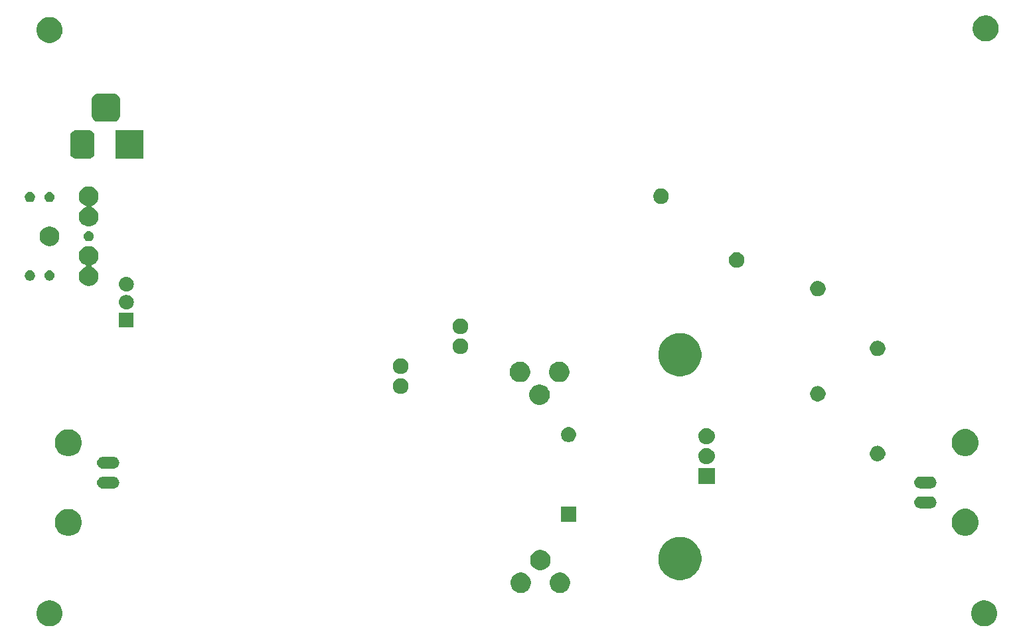
<source format=gbs>
G04 #@! TF.GenerationSoftware,KiCad,Pcbnew,(5.1.5)-3*
G04 #@! TF.CreationDate,2021-07-16T13:31:02-05:00*
G04 #@! TF.ProjectId,IRF510-Amplifier,49524635-3130-42d4-916d-706c69666965,rev?*
G04 #@! TF.SameCoordinates,Original*
G04 #@! TF.FileFunction,Soldermask,Bot*
G04 #@! TF.FilePolarity,Negative*
%FSLAX46Y46*%
G04 Gerber Fmt 4.6, Leading zero omitted, Abs format (unit mm)*
G04 Created by KiCad (PCBNEW (5.1.5)-3) date 2021-07-16 13:31:02*
%MOMM*%
%LPD*%
G04 APERTURE LIST*
%ADD10C,0.660400*%
%ADD11C,0.100000*%
G04 APERTURE END LIST*
D10*
X84530200Y-52200000D02*
G75*
G03X84530200Y-52200000I-330200J0D01*
G01*
X84530200Y-44600000D02*
G75*
G03X84530200Y-44600000I-330200J0D01*
G01*
X79530200Y-49700000D02*
G75*
G03X79530200Y-49700000I-330200J0D01*
G01*
X84530200Y-54800000D02*
G75*
G03X84530200Y-54800000I-330200J0D01*
G01*
X84530200Y-47200000D02*
G75*
G03X84530200Y-47200000I-330200J0D01*
G01*
D11*
G36*
X198775256Y-96191298D02*
G01*
X198881579Y-96212447D01*
X199182042Y-96336903D01*
X199452451Y-96517585D01*
X199682415Y-96747549D01*
X199863097Y-97017958D01*
X199987553Y-97318421D01*
X200051000Y-97637391D01*
X200051000Y-97962609D01*
X199987553Y-98281579D01*
X199863097Y-98582042D01*
X199682415Y-98852451D01*
X199452451Y-99082415D01*
X199182042Y-99263097D01*
X198881579Y-99387553D01*
X198775256Y-99408702D01*
X198562611Y-99451000D01*
X198237389Y-99451000D01*
X198024744Y-99408702D01*
X197918421Y-99387553D01*
X197617958Y-99263097D01*
X197347549Y-99082415D01*
X197117585Y-98852451D01*
X196936903Y-98582042D01*
X196812447Y-98281579D01*
X196749000Y-97962609D01*
X196749000Y-97637391D01*
X196812447Y-97318421D01*
X196936903Y-97017958D01*
X197117585Y-96747549D01*
X197347549Y-96517585D01*
X197617958Y-96336903D01*
X197918421Y-96212447D01*
X198024744Y-96191298D01*
X198237389Y-96149000D01*
X198562611Y-96149000D01*
X198775256Y-96191298D01*
G37*
G36*
X79575256Y-96191298D02*
G01*
X79681579Y-96212447D01*
X79982042Y-96336903D01*
X80252451Y-96517585D01*
X80482415Y-96747549D01*
X80663097Y-97017958D01*
X80787553Y-97318421D01*
X80851000Y-97637391D01*
X80851000Y-97962609D01*
X80787553Y-98281579D01*
X80663097Y-98582042D01*
X80482415Y-98852451D01*
X80252451Y-99082415D01*
X79982042Y-99263097D01*
X79681579Y-99387553D01*
X79575256Y-99408702D01*
X79362611Y-99451000D01*
X79037389Y-99451000D01*
X78824744Y-99408702D01*
X78718421Y-99387553D01*
X78417958Y-99263097D01*
X78147549Y-99082415D01*
X77917585Y-98852451D01*
X77736903Y-98582042D01*
X77612447Y-98281579D01*
X77549000Y-97962609D01*
X77549000Y-97637391D01*
X77612447Y-97318421D01*
X77736903Y-97017958D01*
X77917585Y-96747549D01*
X78147549Y-96517585D01*
X78417958Y-96336903D01*
X78718421Y-96212447D01*
X78824744Y-96191298D01*
X79037389Y-96149000D01*
X79362611Y-96149000D01*
X79575256Y-96191298D01*
G37*
G36*
X139679487Y-92648996D02*
G01*
X139916253Y-92747068D01*
X139916255Y-92747069D01*
X140129339Y-92889447D01*
X140310553Y-93070661D01*
X140422302Y-93237905D01*
X140452932Y-93283747D01*
X140551004Y-93520513D01*
X140601000Y-93771861D01*
X140601000Y-94028139D01*
X140551004Y-94279487D01*
X140452932Y-94516253D01*
X140452931Y-94516255D01*
X140310553Y-94729339D01*
X140129339Y-94910553D01*
X139916255Y-95052931D01*
X139916254Y-95052932D01*
X139916253Y-95052932D01*
X139679487Y-95151004D01*
X139428139Y-95201000D01*
X139171861Y-95201000D01*
X138920513Y-95151004D01*
X138683747Y-95052932D01*
X138683746Y-95052932D01*
X138683745Y-95052931D01*
X138470661Y-94910553D01*
X138289447Y-94729339D01*
X138147069Y-94516255D01*
X138147068Y-94516253D01*
X138048996Y-94279487D01*
X137999000Y-94028139D01*
X137999000Y-93771861D01*
X138048996Y-93520513D01*
X138147068Y-93283747D01*
X138177699Y-93237905D01*
X138289447Y-93070661D01*
X138470661Y-92889447D01*
X138683745Y-92747069D01*
X138683747Y-92747068D01*
X138920513Y-92648996D01*
X139171861Y-92599000D01*
X139428139Y-92599000D01*
X139679487Y-92648996D01*
G37*
G36*
X144679487Y-92648996D02*
G01*
X144916253Y-92747068D01*
X144916255Y-92747069D01*
X145129339Y-92889447D01*
X145310553Y-93070661D01*
X145422302Y-93237905D01*
X145452932Y-93283747D01*
X145551004Y-93520513D01*
X145601000Y-93771861D01*
X145601000Y-94028139D01*
X145551004Y-94279487D01*
X145452932Y-94516253D01*
X145452931Y-94516255D01*
X145310553Y-94729339D01*
X145129339Y-94910553D01*
X144916255Y-95052931D01*
X144916254Y-95052932D01*
X144916253Y-95052932D01*
X144679487Y-95151004D01*
X144428139Y-95201000D01*
X144171861Y-95201000D01*
X143920513Y-95151004D01*
X143683747Y-95052932D01*
X143683746Y-95052932D01*
X143683745Y-95052931D01*
X143470661Y-94910553D01*
X143289447Y-94729339D01*
X143147069Y-94516255D01*
X143147068Y-94516253D01*
X143048996Y-94279487D01*
X142999000Y-94028139D01*
X142999000Y-93771861D01*
X143048996Y-93520513D01*
X143147068Y-93283747D01*
X143177699Y-93237905D01*
X143289447Y-93070661D01*
X143470661Y-92889447D01*
X143683745Y-92747069D01*
X143683747Y-92747068D01*
X143920513Y-92648996D01*
X144171861Y-92599000D01*
X144428139Y-92599000D01*
X144679487Y-92648996D01*
G37*
G36*
X160136693Y-88101859D02*
G01*
X160402437Y-88154719D01*
X160903087Y-88362095D01*
X161083561Y-88482684D01*
X161353660Y-88663158D01*
X161736842Y-89046340D01*
X161917316Y-89316439D01*
X162037905Y-89496913D01*
X162182944Y-89847068D01*
X162245281Y-89997564D01*
X162351000Y-90529049D01*
X162351000Y-91070951D01*
X162298140Y-91336694D01*
X162245281Y-91602437D01*
X162037905Y-92103087D01*
X161939070Y-92251003D01*
X161736842Y-92553660D01*
X161353660Y-92936842D01*
X161153385Y-93070661D01*
X160903087Y-93237905D01*
X160402437Y-93445281D01*
X160136693Y-93498141D01*
X159870951Y-93551000D01*
X159329049Y-93551000D01*
X159063307Y-93498141D01*
X158797563Y-93445281D01*
X158296913Y-93237905D01*
X158046615Y-93070661D01*
X157846340Y-92936842D01*
X157463158Y-92553660D01*
X157260930Y-92251003D01*
X157162095Y-92103087D01*
X156954719Y-91602437D01*
X156901860Y-91336694D01*
X156849000Y-91070951D01*
X156849000Y-90529049D01*
X156954719Y-89997564D01*
X157017056Y-89847068D01*
X157162095Y-89496913D01*
X157282684Y-89316439D01*
X157463158Y-89046340D01*
X157846340Y-88663158D01*
X158116439Y-88482684D01*
X158296913Y-88362095D01*
X158797563Y-88154719D01*
X159063307Y-88101859D01*
X159329049Y-88049000D01*
X159870951Y-88049000D01*
X160136693Y-88101859D01*
G37*
G36*
X142179487Y-89748996D02*
G01*
X142416253Y-89847068D01*
X142416255Y-89847069D01*
X142629339Y-89989447D01*
X142810553Y-90170661D01*
X142952932Y-90383747D01*
X143051004Y-90620513D01*
X143101000Y-90871861D01*
X143101000Y-91128139D01*
X143051004Y-91379487D01*
X142958655Y-91602436D01*
X142952931Y-91616255D01*
X142810553Y-91829339D01*
X142629339Y-92010553D01*
X142416255Y-92152931D01*
X142416254Y-92152932D01*
X142416253Y-92152932D01*
X142179487Y-92251004D01*
X141928139Y-92301000D01*
X141671861Y-92301000D01*
X141420513Y-92251004D01*
X141183747Y-92152932D01*
X141183746Y-92152932D01*
X141183745Y-92152931D01*
X140970661Y-92010553D01*
X140789447Y-91829339D01*
X140647069Y-91616255D01*
X140641345Y-91602436D01*
X140548996Y-91379487D01*
X140499000Y-91128139D01*
X140499000Y-90871861D01*
X140548996Y-90620513D01*
X140647068Y-90383747D01*
X140789447Y-90170661D01*
X140970661Y-89989447D01*
X141183745Y-89847069D01*
X141183747Y-89847068D01*
X141420513Y-89748996D01*
X141671861Y-89699000D01*
X141928139Y-89699000D01*
X142179487Y-89748996D01*
G37*
G36*
X82098671Y-84556098D02*
G01*
X82409798Y-84684971D01*
X82689805Y-84872066D01*
X82927934Y-85110195D01*
X83115029Y-85390202D01*
X83243902Y-85701329D01*
X83309600Y-86031618D01*
X83309600Y-86368382D01*
X83243902Y-86698671D01*
X83115029Y-87009798D01*
X82927934Y-87289805D01*
X82689805Y-87527934D01*
X82409798Y-87715029D01*
X82098671Y-87843902D01*
X81768382Y-87909600D01*
X81431618Y-87909600D01*
X81101329Y-87843902D01*
X80790202Y-87715029D01*
X80510195Y-87527934D01*
X80272066Y-87289805D01*
X80084971Y-87009798D01*
X79956098Y-86698671D01*
X79890400Y-86368382D01*
X79890400Y-86031618D01*
X79956098Y-85701329D01*
X80084971Y-85390202D01*
X80272066Y-85110195D01*
X80510195Y-84872066D01*
X80790202Y-84684971D01*
X81101329Y-84556098D01*
X81431618Y-84490400D01*
X81768382Y-84490400D01*
X82098671Y-84556098D01*
G37*
G36*
X196478671Y-84536098D02*
G01*
X196789798Y-84664971D01*
X197069805Y-84852066D01*
X197307934Y-85090195D01*
X197495029Y-85370202D01*
X197623902Y-85681329D01*
X197689600Y-86011618D01*
X197689600Y-86348382D01*
X197623902Y-86678671D01*
X197495029Y-86989798D01*
X197307934Y-87269805D01*
X197069805Y-87507934D01*
X196789798Y-87695029D01*
X196478671Y-87823902D01*
X196148382Y-87889600D01*
X195811618Y-87889600D01*
X195481329Y-87823902D01*
X195170202Y-87695029D01*
X194890195Y-87507934D01*
X194652066Y-87269805D01*
X194464971Y-86989798D01*
X194336098Y-86678671D01*
X194270400Y-86348382D01*
X194270400Y-86011618D01*
X194336098Y-85681329D01*
X194464971Y-85370202D01*
X194652066Y-85090195D01*
X194890195Y-84852066D01*
X195170202Y-84664971D01*
X195481329Y-84536098D01*
X195811618Y-84470400D01*
X196148382Y-84470400D01*
X196478671Y-84536098D01*
G37*
G36*
X146351000Y-86111000D02*
G01*
X144449000Y-86111000D01*
X144449000Y-84209000D01*
X146351000Y-84209000D01*
X146351000Y-86111000D01*
G37*
G36*
X191702123Y-82895333D02*
G01*
X191844555Y-82938539D01*
X191975820Y-83008702D01*
X192090875Y-83103125D01*
X192185298Y-83218180D01*
X192255461Y-83349445D01*
X192298667Y-83491877D01*
X192313256Y-83640000D01*
X192298667Y-83788123D01*
X192255461Y-83930555D01*
X192185298Y-84061820D01*
X192090875Y-84176875D01*
X191975820Y-84271298D01*
X191844555Y-84341461D01*
X191702123Y-84384667D01*
X191591120Y-84395600D01*
X190208880Y-84395600D01*
X190097877Y-84384667D01*
X189955445Y-84341461D01*
X189824180Y-84271298D01*
X189709125Y-84176875D01*
X189614702Y-84061820D01*
X189544539Y-83930555D01*
X189501333Y-83788123D01*
X189486744Y-83640000D01*
X189501333Y-83491877D01*
X189544539Y-83349445D01*
X189614702Y-83218180D01*
X189709125Y-83103125D01*
X189824180Y-83008702D01*
X189955445Y-82938539D01*
X190097877Y-82895333D01*
X190208880Y-82884400D01*
X191591120Y-82884400D01*
X191702123Y-82895333D01*
G37*
G36*
X87482123Y-80375333D02*
G01*
X87624555Y-80418539D01*
X87755820Y-80488702D01*
X87870875Y-80583125D01*
X87965298Y-80698180D01*
X88035461Y-80829445D01*
X88078667Y-80971877D01*
X88093256Y-81120000D01*
X88078667Y-81268123D01*
X88035461Y-81410555D01*
X87965298Y-81541820D01*
X87870875Y-81656875D01*
X87755820Y-81751298D01*
X87624555Y-81821461D01*
X87482123Y-81864667D01*
X87371120Y-81875600D01*
X85988880Y-81875600D01*
X85877877Y-81864667D01*
X85735445Y-81821461D01*
X85604180Y-81751298D01*
X85489125Y-81656875D01*
X85394702Y-81541820D01*
X85324539Y-81410555D01*
X85281333Y-81268123D01*
X85266744Y-81120000D01*
X85281333Y-80971877D01*
X85324539Y-80829445D01*
X85394702Y-80698180D01*
X85489125Y-80583125D01*
X85604180Y-80488702D01*
X85735445Y-80418539D01*
X85877877Y-80375333D01*
X85988880Y-80364400D01*
X87371120Y-80364400D01*
X87482123Y-80375333D01*
G37*
G36*
X191702123Y-80355333D02*
G01*
X191844555Y-80398539D01*
X191975820Y-80468702D01*
X192090875Y-80563125D01*
X192185298Y-80678180D01*
X192255461Y-80809445D01*
X192298667Y-80951877D01*
X192313256Y-81100000D01*
X192298667Y-81248123D01*
X192255461Y-81390555D01*
X192185298Y-81521820D01*
X192090875Y-81636875D01*
X191975820Y-81731298D01*
X191844555Y-81801461D01*
X191702123Y-81844667D01*
X191591120Y-81855600D01*
X190208880Y-81855600D01*
X190097877Y-81844667D01*
X189955445Y-81801461D01*
X189824180Y-81731298D01*
X189709125Y-81636875D01*
X189614702Y-81521820D01*
X189544539Y-81390555D01*
X189501333Y-81248123D01*
X189486744Y-81100000D01*
X189501333Y-80951877D01*
X189544539Y-80809445D01*
X189614702Y-80678180D01*
X189709125Y-80563125D01*
X189824180Y-80468702D01*
X189955445Y-80398539D01*
X190097877Y-80355333D01*
X190208880Y-80344400D01*
X191591120Y-80344400D01*
X191702123Y-80355333D01*
G37*
G36*
X164051000Y-81283500D02*
G01*
X161949000Y-81283500D01*
X161949000Y-79276500D01*
X164051000Y-79276500D01*
X164051000Y-81283500D01*
G37*
G36*
X87482123Y-77835333D02*
G01*
X87624555Y-77878539D01*
X87755820Y-77948702D01*
X87870875Y-78043125D01*
X87965298Y-78158180D01*
X88035461Y-78289445D01*
X88078667Y-78431877D01*
X88093256Y-78580000D01*
X88078667Y-78728123D01*
X88035461Y-78870555D01*
X87965298Y-79001820D01*
X87870875Y-79116875D01*
X87755820Y-79211298D01*
X87624555Y-79281461D01*
X87482123Y-79324667D01*
X87371120Y-79335600D01*
X85988880Y-79335600D01*
X85877877Y-79324667D01*
X85735445Y-79281461D01*
X85604180Y-79211298D01*
X85489125Y-79116875D01*
X85394702Y-79001820D01*
X85324539Y-78870555D01*
X85281333Y-78728123D01*
X85266744Y-78580000D01*
X85281333Y-78431877D01*
X85324539Y-78289445D01*
X85394702Y-78158180D01*
X85489125Y-78043125D01*
X85604180Y-77948702D01*
X85735445Y-77878539D01*
X85877877Y-77835333D01*
X85988880Y-77824400D01*
X87371120Y-77824400D01*
X87482123Y-77835333D01*
G37*
G36*
X163145936Y-76741340D02*
G01*
X163244220Y-76751020D01*
X163433381Y-76808401D01*
X163607712Y-76901583D01*
X163760515Y-77026985D01*
X163885917Y-77179788D01*
X163979099Y-77354119D01*
X164036480Y-77543280D01*
X164055855Y-77740000D01*
X164036480Y-77936720D01*
X163979099Y-78125881D01*
X163885917Y-78300212D01*
X163760515Y-78453015D01*
X163607712Y-78578417D01*
X163433381Y-78671599D01*
X163244220Y-78728980D01*
X163145936Y-78738660D01*
X163096795Y-78743500D01*
X162903205Y-78743500D01*
X162854064Y-78738660D01*
X162755780Y-78728980D01*
X162566619Y-78671599D01*
X162392288Y-78578417D01*
X162239485Y-78453015D01*
X162114083Y-78300212D01*
X162020901Y-78125881D01*
X161963520Y-77936720D01*
X161944145Y-77740000D01*
X161963520Y-77543280D01*
X162020901Y-77354119D01*
X162114083Y-77179788D01*
X162239485Y-77026985D01*
X162392288Y-76901583D01*
X162566619Y-76808401D01*
X162755780Y-76751020D01*
X162854064Y-76741340D01*
X162903205Y-76736500D01*
X163096795Y-76736500D01*
X163145936Y-76741340D01*
G37*
G36*
X185003256Y-76438434D02*
G01*
X185098947Y-76457468D01*
X185279225Y-76532142D01*
X185441471Y-76640551D01*
X185579449Y-76778529D01*
X185687858Y-76940775D01*
X185723568Y-77026985D01*
X185762532Y-77121054D01*
X185800600Y-77312433D01*
X185800600Y-77507567D01*
X185795137Y-77535029D01*
X185762532Y-77698947D01*
X185687858Y-77879225D01*
X185579449Y-78041471D01*
X185441471Y-78179449D01*
X185279225Y-78287858D01*
X185279224Y-78287859D01*
X185279223Y-78287859D01*
X185249400Y-78300212D01*
X185098947Y-78362532D01*
X184907567Y-78400600D01*
X184712433Y-78400600D01*
X184521053Y-78362532D01*
X184370600Y-78300212D01*
X184340777Y-78287859D01*
X184340776Y-78287859D01*
X184340775Y-78287858D01*
X184178529Y-78179449D01*
X184040551Y-78041471D01*
X183932142Y-77879225D01*
X183857468Y-77698947D01*
X183824863Y-77535029D01*
X183819400Y-77507567D01*
X183819400Y-77312433D01*
X183857468Y-77121054D01*
X183896433Y-77026985D01*
X183932142Y-76940775D01*
X184040551Y-76778529D01*
X184178529Y-76640551D01*
X184340775Y-76532142D01*
X184521053Y-76457468D01*
X184616744Y-76438434D01*
X184712433Y-76419400D01*
X184907567Y-76419400D01*
X185003256Y-76438434D01*
G37*
G36*
X82098671Y-74396098D02*
G01*
X82409798Y-74524971D01*
X82689805Y-74712066D01*
X82927934Y-74950195D01*
X83115029Y-75230202D01*
X83243902Y-75541329D01*
X83309600Y-75871618D01*
X83309600Y-76208382D01*
X83243902Y-76538671D01*
X83115029Y-76849798D01*
X82927934Y-77129805D01*
X82689805Y-77367934D01*
X82409798Y-77555029D01*
X82098671Y-77683902D01*
X81768382Y-77749600D01*
X81431618Y-77749600D01*
X81101329Y-77683902D01*
X80790202Y-77555029D01*
X80510195Y-77367934D01*
X80272066Y-77129805D01*
X80084971Y-76849798D01*
X79956098Y-76538671D01*
X79890400Y-76208382D01*
X79890400Y-75871618D01*
X79956098Y-75541329D01*
X80084971Y-75230202D01*
X80272066Y-74950195D01*
X80510195Y-74712066D01*
X80790202Y-74524971D01*
X81101329Y-74396098D01*
X81431618Y-74330400D01*
X81768382Y-74330400D01*
X82098671Y-74396098D01*
G37*
G36*
X196478671Y-74376098D02*
G01*
X196789798Y-74504971D01*
X197069805Y-74692066D01*
X197307934Y-74930195D01*
X197495029Y-75210202D01*
X197623902Y-75521329D01*
X197689600Y-75851618D01*
X197689600Y-76188382D01*
X197623902Y-76518671D01*
X197495029Y-76829798D01*
X197307934Y-77109805D01*
X197069805Y-77347934D01*
X196789798Y-77535029D01*
X196478671Y-77663902D01*
X196148382Y-77729600D01*
X195811618Y-77729600D01*
X195481329Y-77663902D01*
X195170202Y-77535029D01*
X194890195Y-77347934D01*
X194652066Y-77109805D01*
X194464971Y-76829798D01*
X194336098Y-76518671D01*
X194270400Y-76188382D01*
X194270400Y-75851618D01*
X194336098Y-75521329D01*
X194464971Y-75210202D01*
X194652066Y-74930195D01*
X194890195Y-74692066D01*
X195170202Y-74504971D01*
X195481329Y-74376098D01*
X195811618Y-74310400D01*
X196148382Y-74310400D01*
X196478671Y-74376098D01*
G37*
G36*
X163145936Y-74201340D02*
G01*
X163244220Y-74211020D01*
X163433381Y-74268401D01*
X163607712Y-74361583D01*
X163760515Y-74486985D01*
X163885917Y-74639788D01*
X163979099Y-74814119D01*
X164036480Y-75003280D01*
X164055855Y-75200000D01*
X164036480Y-75396720D01*
X163979099Y-75585881D01*
X163885917Y-75760212D01*
X163760515Y-75913015D01*
X163607712Y-76038417D01*
X163433381Y-76131599D01*
X163244220Y-76188980D01*
X163145936Y-76198660D01*
X163096795Y-76203500D01*
X162903205Y-76203500D01*
X162854064Y-76198660D01*
X162755780Y-76188980D01*
X162566619Y-76131599D01*
X162392288Y-76038417D01*
X162239485Y-75913015D01*
X162114083Y-75760212D01*
X162020901Y-75585881D01*
X161963520Y-75396720D01*
X161944145Y-75200000D01*
X161963520Y-75003280D01*
X162020901Y-74814119D01*
X162114083Y-74639788D01*
X162239485Y-74486985D01*
X162392288Y-74361583D01*
X162566619Y-74268401D01*
X162755780Y-74211020D01*
X162854064Y-74201340D01*
X162903205Y-74196500D01*
X163096795Y-74196500D01*
X163145936Y-74201340D01*
G37*
G36*
X145677395Y-74085546D02*
G01*
X145850466Y-74157234D01*
X145850467Y-74157235D01*
X146006227Y-74261310D01*
X146138690Y-74393773D01*
X146140244Y-74396099D01*
X146242766Y-74549534D01*
X146314454Y-74722605D01*
X146351000Y-74906333D01*
X146351000Y-75093667D01*
X146314454Y-75277395D01*
X146242766Y-75450466D01*
X146242765Y-75450467D01*
X146138690Y-75606227D01*
X146006227Y-75738690D01*
X145974018Y-75760211D01*
X145850466Y-75842766D01*
X145677395Y-75914454D01*
X145493667Y-75951000D01*
X145306333Y-75951000D01*
X145122605Y-75914454D01*
X144949534Y-75842766D01*
X144825982Y-75760211D01*
X144793773Y-75738690D01*
X144661310Y-75606227D01*
X144557235Y-75450467D01*
X144557234Y-75450466D01*
X144485546Y-75277395D01*
X144449000Y-75093667D01*
X144449000Y-74906333D01*
X144485546Y-74722605D01*
X144557234Y-74549534D01*
X144659756Y-74396099D01*
X144661310Y-74393773D01*
X144793773Y-74261310D01*
X144949533Y-74157235D01*
X144949534Y-74157234D01*
X145122605Y-74085546D01*
X145306333Y-74049000D01*
X145493667Y-74049000D01*
X145677395Y-74085546D01*
G37*
G36*
X142085487Y-68651996D02*
G01*
X142322253Y-68750068D01*
X142322255Y-68750069D01*
X142535339Y-68892447D01*
X142716553Y-69073661D01*
X142773261Y-69158530D01*
X142858932Y-69286747D01*
X142957004Y-69523513D01*
X143007000Y-69774861D01*
X143007000Y-70031139D01*
X142957004Y-70282487D01*
X142858932Y-70519253D01*
X142858931Y-70519255D01*
X142716553Y-70732339D01*
X142535339Y-70913553D01*
X142322255Y-71055931D01*
X142322254Y-71055932D01*
X142322253Y-71055932D01*
X142085487Y-71154004D01*
X141834139Y-71204000D01*
X141577861Y-71204000D01*
X141326513Y-71154004D01*
X141089747Y-71055932D01*
X141089746Y-71055932D01*
X141089745Y-71055931D01*
X140876661Y-70913553D01*
X140695447Y-70732339D01*
X140553069Y-70519255D01*
X140553068Y-70519253D01*
X140454996Y-70282487D01*
X140405000Y-70031139D01*
X140405000Y-69774861D01*
X140454996Y-69523513D01*
X140553068Y-69286747D01*
X140638740Y-69158530D01*
X140695447Y-69073661D01*
X140876661Y-68892447D01*
X141089745Y-68750069D01*
X141089747Y-68750068D01*
X141326513Y-68651996D01*
X141577861Y-68602000D01*
X141834139Y-68602000D01*
X142085487Y-68651996D01*
G37*
G36*
X177383256Y-68818434D02*
G01*
X177478947Y-68837468D01*
X177659225Y-68912142D01*
X177821471Y-69020551D01*
X177959449Y-69158529D01*
X178067858Y-69320775D01*
X178142532Y-69501053D01*
X178180600Y-69692434D01*
X178180600Y-69887566D01*
X178142532Y-70078947D01*
X178067858Y-70259225D01*
X177959449Y-70421471D01*
X177821471Y-70559449D01*
X177659225Y-70667858D01*
X177478947Y-70742532D01*
X177287567Y-70780600D01*
X177092433Y-70780600D01*
X176901053Y-70742532D01*
X176720775Y-70667858D01*
X176558529Y-70559449D01*
X176420551Y-70421471D01*
X176312142Y-70259225D01*
X176237468Y-70078947D01*
X176199400Y-69887566D01*
X176199400Y-69692434D01*
X176237468Y-69501053D01*
X176312142Y-69320775D01*
X176420551Y-69158529D01*
X176558529Y-69020551D01*
X176720775Y-68912142D01*
X176901053Y-68837468D01*
X176996744Y-68818434D01*
X177092433Y-68799400D01*
X177287567Y-68799400D01*
X177383256Y-68818434D01*
G37*
G36*
X124152615Y-67832339D02*
G01*
X124278947Y-67857468D01*
X124459225Y-67932142D01*
X124621471Y-68040551D01*
X124759449Y-68178529D01*
X124867858Y-68340775D01*
X124942532Y-68521053D01*
X124980600Y-68712434D01*
X124980600Y-68907566D01*
X124942532Y-69098947D01*
X124867858Y-69279225D01*
X124759449Y-69441471D01*
X124621471Y-69579449D01*
X124459225Y-69687858D01*
X124278947Y-69762532D01*
X124087567Y-69800600D01*
X123892433Y-69800600D01*
X123701053Y-69762532D01*
X123520775Y-69687858D01*
X123358529Y-69579449D01*
X123220551Y-69441471D01*
X123112142Y-69279225D01*
X123037468Y-69098947D01*
X122999400Y-68907566D01*
X122999400Y-68712434D01*
X123037468Y-68521053D01*
X123112142Y-68340775D01*
X123220551Y-68178529D01*
X123358529Y-68040551D01*
X123520775Y-67932142D01*
X123701053Y-67857468D01*
X123827385Y-67832339D01*
X123892433Y-67819400D01*
X124087567Y-67819400D01*
X124152615Y-67832339D01*
G37*
G36*
X144585487Y-65751996D02*
G01*
X144822253Y-65850068D01*
X144822255Y-65850069D01*
X145035339Y-65992447D01*
X145216553Y-66173661D01*
X145346117Y-66367567D01*
X145358932Y-66386747D01*
X145457004Y-66623513D01*
X145507000Y-66874861D01*
X145507000Y-67131139D01*
X145457004Y-67382487D01*
X145387203Y-67551000D01*
X145358931Y-67619255D01*
X145216553Y-67832339D01*
X145035339Y-68013553D01*
X144822255Y-68155931D01*
X144822254Y-68155932D01*
X144822253Y-68155932D01*
X144585487Y-68254004D01*
X144334139Y-68304000D01*
X144077861Y-68304000D01*
X143826513Y-68254004D01*
X143589747Y-68155932D01*
X143589746Y-68155932D01*
X143589745Y-68155931D01*
X143376661Y-68013553D01*
X143195447Y-67832339D01*
X143053069Y-67619255D01*
X143024797Y-67551000D01*
X142954996Y-67382487D01*
X142905000Y-67131139D01*
X142905000Y-66874861D01*
X142954996Y-66623513D01*
X143053068Y-66386747D01*
X143065884Y-66367567D01*
X143195447Y-66173661D01*
X143376661Y-65992447D01*
X143589745Y-65850069D01*
X143589747Y-65850068D01*
X143826513Y-65751996D01*
X144077861Y-65702000D01*
X144334139Y-65702000D01*
X144585487Y-65751996D01*
G37*
G36*
X139585487Y-65751996D02*
G01*
X139822253Y-65850068D01*
X139822255Y-65850069D01*
X140035339Y-65992447D01*
X140216553Y-66173661D01*
X140346117Y-66367567D01*
X140358932Y-66386747D01*
X140457004Y-66623513D01*
X140507000Y-66874861D01*
X140507000Y-67131139D01*
X140457004Y-67382487D01*
X140387203Y-67551000D01*
X140358931Y-67619255D01*
X140216553Y-67832339D01*
X140035339Y-68013553D01*
X139822255Y-68155931D01*
X139822254Y-68155932D01*
X139822253Y-68155932D01*
X139585487Y-68254004D01*
X139334139Y-68304000D01*
X139077861Y-68304000D01*
X138826513Y-68254004D01*
X138589747Y-68155932D01*
X138589746Y-68155932D01*
X138589745Y-68155931D01*
X138376661Y-68013553D01*
X138195447Y-67832339D01*
X138053069Y-67619255D01*
X138024797Y-67551000D01*
X137954996Y-67382487D01*
X137905000Y-67131139D01*
X137905000Y-66874861D01*
X137954996Y-66623513D01*
X138053068Y-66386747D01*
X138065884Y-66367567D01*
X138195447Y-66173661D01*
X138376661Y-65992447D01*
X138589745Y-65850069D01*
X138589747Y-65850068D01*
X138826513Y-65751996D01*
X139077861Y-65702000D01*
X139334139Y-65702000D01*
X139585487Y-65751996D01*
G37*
G36*
X160136693Y-62101859D02*
G01*
X160402437Y-62154719D01*
X160903087Y-62362095D01*
X161083561Y-62482684D01*
X161353660Y-62663158D01*
X161736842Y-63046340D01*
X161866609Y-63240551D01*
X162037905Y-63496913D01*
X162245281Y-63997563D01*
X162351000Y-64529050D01*
X162351000Y-65070950D01*
X162245281Y-65602437D01*
X162037905Y-66103087D01*
X161917316Y-66283561D01*
X161736842Y-66553660D01*
X161353660Y-66936842D01*
X161200097Y-67039449D01*
X160903087Y-67237905D01*
X160402437Y-67445281D01*
X160136694Y-67498140D01*
X159870951Y-67551000D01*
X159329049Y-67551000D01*
X159063306Y-67498140D01*
X158797563Y-67445281D01*
X158296913Y-67237905D01*
X157999903Y-67039449D01*
X157846340Y-66936842D01*
X157463158Y-66553660D01*
X157282684Y-66283561D01*
X157162095Y-66103087D01*
X156954719Y-65602437D01*
X156849000Y-65070950D01*
X156849000Y-64529050D01*
X156954719Y-63997563D01*
X157162095Y-63496913D01*
X157333391Y-63240551D01*
X157463158Y-63046340D01*
X157846340Y-62663158D01*
X158116439Y-62482684D01*
X158296913Y-62362095D01*
X158797563Y-62154719D01*
X159063307Y-62101859D01*
X159329049Y-62049000D01*
X159870951Y-62049000D01*
X160136693Y-62101859D01*
G37*
G36*
X124183256Y-65298434D02*
G01*
X124278947Y-65317468D01*
X124459225Y-65392142D01*
X124621471Y-65500551D01*
X124759449Y-65638529D01*
X124867858Y-65800775D01*
X124942532Y-65981053D01*
X124980600Y-66172434D01*
X124980600Y-66367566D01*
X124942532Y-66558947D01*
X124867858Y-66739225D01*
X124759449Y-66901471D01*
X124621471Y-67039449D01*
X124459225Y-67147858D01*
X124278947Y-67222532D01*
X124087567Y-67260600D01*
X123892433Y-67260600D01*
X123701053Y-67222532D01*
X123520775Y-67147858D01*
X123358529Y-67039449D01*
X123220551Y-66901471D01*
X123112142Y-66739225D01*
X123037468Y-66558947D01*
X122999400Y-66367566D01*
X122999400Y-66172434D01*
X123037468Y-65981053D01*
X123112142Y-65800775D01*
X123220551Y-65638529D01*
X123358529Y-65500551D01*
X123520775Y-65392142D01*
X123701053Y-65317468D01*
X123796744Y-65298434D01*
X123892433Y-65279400D01*
X124087567Y-65279400D01*
X124183256Y-65298434D01*
G37*
G36*
X185098947Y-63057468D02*
G01*
X185279225Y-63132142D01*
X185441471Y-63240551D01*
X185579449Y-63378529D01*
X185687858Y-63540775D01*
X185762532Y-63721053D01*
X185800600Y-63912434D01*
X185800600Y-64107566D01*
X185762532Y-64298947D01*
X185687858Y-64479225D01*
X185579449Y-64641471D01*
X185441471Y-64779449D01*
X185279225Y-64887858D01*
X185098947Y-64962532D01*
X185003256Y-64981566D01*
X184907567Y-65000600D01*
X184712433Y-65000600D01*
X184616744Y-64981566D01*
X184521053Y-64962532D01*
X184340775Y-64887858D01*
X184178529Y-64779449D01*
X184040551Y-64641471D01*
X183932142Y-64479225D01*
X183857468Y-64298947D01*
X183819400Y-64107566D01*
X183819400Y-63912434D01*
X183857468Y-63721053D01*
X183932142Y-63540775D01*
X184040551Y-63378529D01*
X184178529Y-63240551D01*
X184340775Y-63132142D01*
X184521053Y-63057468D01*
X184712433Y-63019400D01*
X184907567Y-63019400D01*
X185098947Y-63057468D01*
G37*
G36*
X131803256Y-62758434D02*
G01*
X131898947Y-62777468D01*
X132079225Y-62852142D01*
X132241471Y-62960551D01*
X132379449Y-63098529D01*
X132487858Y-63260775D01*
X132562532Y-63441053D01*
X132600600Y-63632434D01*
X132600600Y-63827566D01*
X132562532Y-64018947D01*
X132487858Y-64199225D01*
X132379449Y-64361471D01*
X132241471Y-64499449D01*
X132079225Y-64607858D01*
X131898947Y-64682532D01*
X131803256Y-64701566D01*
X131707567Y-64720600D01*
X131512433Y-64720600D01*
X131416744Y-64701566D01*
X131321053Y-64682532D01*
X131140775Y-64607858D01*
X130978529Y-64499449D01*
X130840551Y-64361471D01*
X130732142Y-64199225D01*
X130657468Y-64018947D01*
X130619400Y-63827566D01*
X130619400Y-63632434D01*
X130657468Y-63441053D01*
X130732142Y-63260775D01*
X130840551Y-63098529D01*
X130978529Y-62960551D01*
X131140775Y-62852142D01*
X131321053Y-62777468D01*
X131416744Y-62758434D01*
X131512433Y-62739400D01*
X131707567Y-62739400D01*
X131803256Y-62758434D01*
G37*
G36*
X131803256Y-60218434D02*
G01*
X131898947Y-60237468D01*
X132079225Y-60312142D01*
X132241471Y-60420551D01*
X132379449Y-60558529D01*
X132487858Y-60720775D01*
X132562532Y-60901053D01*
X132600600Y-61092434D01*
X132600600Y-61287566D01*
X132562532Y-61478947D01*
X132487858Y-61659225D01*
X132379449Y-61821471D01*
X132241471Y-61959449D01*
X132079225Y-62067858D01*
X131898947Y-62142532D01*
X131803256Y-62161566D01*
X131707567Y-62180600D01*
X131512433Y-62180600D01*
X131416744Y-62161566D01*
X131321053Y-62142532D01*
X131140775Y-62067858D01*
X130978529Y-61959449D01*
X130840551Y-61821471D01*
X130732142Y-61659225D01*
X130657468Y-61478947D01*
X130619400Y-61287566D01*
X130619400Y-61092434D01*
X130657468Y-60901053D01*
X130732142Y-60720775D01*
X130840551Y-60558529D01*
X130978529Y-60420551D01*
X131140775Y-60312142D01*
X131321053Y-60237468D01*
X131416744Y-60218434D01*
X131512433Y-60199400D01*
X131707567Y-60199400D01*
X131803256Y-60218434D01*
G37*
G36*
X89951000Y-61309750D02*
G01*
X88049000Y-61309750D01*
X88049000Y-59490250D01*
X89951000Y-59490250D01*
X89951000Y-61309750D01*
G37*
G36*
X89152763Y-57206832D02*
G01*
X89219592Y-57213414D01*
X89346459Y-57251899D01*
X89391084Y-57265436D01*
X89549121Y-57349908D01*
X89687652Y-57463598D01*
X89801342Y-57602129D01*
X89885814Y-57760166D01*
X89885815Y-57760170D01*
X89937836Y-57931658D01*
X89955401Y-58110000D01*
X89937836Y-58288342D01*
X89899351Y-58415209D01*
X89885814Y-58459834D01*
X89801342Y-58617871D01*
X89687652Y-58756402D01*
X89549121Y-58870092D01*
X89391084Y-58954564D01*
X89346459Y-58968101D01*
X89219592Y-59006586D01*
X89152763Y-59013168D01*
X89085936Y-59019750D01*
X88914064Y-59019750D01*
X88847237Y-59013168D01*
X88780408Y-59006586D01*
X88653541Y-58968101D01*
X88608916Y-58954564D01*
X88450879Y-58870092D01*
X88312348Y-58756402D01*
X88198658Y-58617871D01*
X88114186Y-58459834D01*
X88100649Y-58415209D01*
X88062164Y-58288342D01*
X88044599Y-58110000D01*
X88062164Y-57931658D01*
X88114185Y-57760170D01*
X88114186Y-57760166D01*
X88198658Y-57602129D01*
X88312348Y-57463598D01*
X88450879Y-57349908D01*
X88608916Y-57265436D01*
X88653541Y-57251899D01*
X88780408Y-57213414D01*
X88847237Y-57206832D01*
X88914064Y-57200250D01*
X89085936Y-57200250D01*
X89152763Y-57206832D01*
G37*
G36*
X177383256Y-55418434D02*
G01*
X177478947Y-55437468D01*
X177659225Y-55512142D01*
X177821471Y-55620551D01*
X177959449Y-55758529D01*
X178067858Y-55920775D01*
X178142532Y-56101053D01*
X178180600Y-56292434D01*
X178180600Y-56487566D01*
X178142532Y-56678947D01*
X178067858Y-56859225D01*
X177959449Y-57021471D01*
X177821471Y-57159449D01*
X177659225Y-57267858D01*
X177478947Y-57342532D01*
X177441865Y-57349908D01*
X177287567Y-57380600D01*
X177092433Y-57380600D01*
X176938135Y-57349908D01*
X176901053Y-57342532D01*
X176720775Y-57267858D01*
X176558529Y-57159449D01*
X176420551Y-57021471D01*
X176312142Y-56859225D01*
X176237468Y-56678947D01*
X176199400Y-56487566D01*
X176199400Y-56292434D01*
X176237468Y-56101053D01*
X176312142Y-55920775D01*
X176420551Y-55758529D01*
X176558529Y-55620551D01*
X176720775Y-55512142D01*
X176901053Y-55437468D01*
X176996744Y-55418434D01*
X177092433Y-55399400D01*
X177287567Y-55399400D01*
X177383256Y-55418434D01*
G37*
G36*
X89152763Y-54916832D02*
G01*
X89219592Y-54923414D01*
X89346459Y-54961899D01*
X89391084Y-54975436D01*
X89549121Y-55059908D01*
X89549124Y-55059910D01*
X89549125Y-55059911D01*
X89687652Y-55173598D01*
X89772439Y-55276910D01*
X89801342Y-55312129D01*
X89885814Y-55470166D01*
X89885815Y-55470170D01*
X89937836Y-55641658D01*
X89955401Y-55820000D01*
X89937836Y-55998342D01*
X89906678Y-56101054D01*
X89885814Y-56169834D01*
X89801342Y-56327871D01*
X89801340Y-56327874D01*
X89801339Y-56327875D01*
X89687652Y-56466402D01*
X89661863Y-56487567D01*
X89549121Y-56580092D01*
X89391084Y-56664564D01*
X89346459Y-56678101D01*
X89219592Y-56716586D01*
X89152763Y-56723168D01*
X89085936Y-56729750D01*
X88914064Y-56729750D01*
X88847237Y-56723168D01*
X88780408Y-56716586D01*
X88653541Y-56678101D01*
X88608916Y-56664564D01*
X88450879Y-56580092D01*
X88338138Y-56487567D01*
X88312348Y-56466402D01*
X88198661Y-56327875D01*
X88198660Y-56327874D01*
X88198658Y-56327871D01*
X88114186Y-56169834D01*
X88093322Y-56101054D01*
X88062164Y-55998342D01*
X88044599Y-55820000D01*
X88062164Y-55641658D01*
X88114185Y-55470170D01*
X88114186Y-55470166D01*
X88198658Y-55312129D01*
X88227562Y-55276910D01*
X88312348Y-55173598D01*
X88450875Y-55059911D01*
X88450876Y-55059910D01*
X88450879Y-55059908D01*
X88608916Y-54975436D01*
X88653541Y-54961899D01*
X88780408Y-54923414D01*
X88847237Y-54916832D01*
X88914064Y-54910250D01*
X89085936Y-54910250D01*
X89152763Y-54916832D01*
G37*
G36*
X84339360Y-50951600D02*
G01*
X84565078Y-50996498D01*
X84792855Y-51090846D01*
X84997849Y-51227819D01*
X85172181Y-51402151D01*
X85309154Y-51607145D01*
X85403502Y-51834922D01*
X85451600Y-52076728D01*
X85451600Y-52323272D01*
X85403502Y-52565078D01*
X85309154Y-52792855D01*
X85172181Y-52997849D01*
X84997849Y-53172181D01*
X84792855Y-53309154D01*
X84610914Y-53384516D01*
X84589303Y-53396067D01*
X84570361Y-53411612D01*
X84554816Y-53430554D01*
X84543265Y-53452165D01*
X84536152Y-53475614D01*
X84533750Y-53500000D01*
X84536152Y-53524386D01*
X84543265Y-53547835D01*
X84554816Y-53569446D01*
X84570361Y-53588388D01*
X84589303Y-53603933D01*
X84610913Y-53615483D01*
X84792855Y-53690846D01*
X84997849Y-53827819D01*
X85172181Y-54002151D01*
X85309154Y-54207145D01*
X85403502Y-54434922D01*
X85451600Y-54676728D01*
X85451600Y-54923272D01*
X85403502Y-55165078D01*
X85309154Y-55392855D01*
X85172181Y-55597849D01*
X84997849Y-55772181D01*
X84792855Y-55909154D01*
X84565078Y-56003502D01*
X84444175Y-56027551D01*
X84323273Y-56051600D01*
X84076727Y-56051600D01*
X83955825Y-56027551D01*
X83834922Y-56003502D01*
X83607145Y-55909154D01*
X83402151Y-55772181D01*
X83227819Y-55597849D01*
X83090846Y-55392855D01*
X82996498Y-55165078D01*
X82948400Y-54923272D01*
X82948400Y-54676728D01*
X82996498Y-54434922D01*
X83090846Y-54207145D01*
X83227819Y-54002151D01*
X83402151Y-53827819D01*
X83607145Y-53690846D01*
X83789087Y-53615483D01*
X83810697Y-53603933D01*
X83829639Y-53588388D01*
X83845184Y-53569446D01*
X83856735Y-53547835D01*
X83863848Y-53524386D01*
X83866250Y-53500000D01*
X83863848Y-53475614D01*
X83856735Y-53452165D01*
X83845184Y-53430554D01*
X83829639Y-53411612D01*
X83810697Y-53396067D01*
X83789086Y-53384516D01*
X83607145Y-53309154D01*
X83402151Y-53172181D01*
X83227819Y-52997849D01*
X83090846Y-52792855D01*
X82996498Y-52565078D01*
X82948400Y-52323272D01*
X82948400Y-52076728D01*
X82996498Y-51834922D01*
X83090846Y-51607145D01*
X83227819Y-51402151D01*
X83402151Y-51227819D01*
X83607145Y-51090846D01*
X83834922Y-50996498D01*
X84060640Y-50951600D01*
X84076727Y-50948400D01*
X84323273Y-50948400D01*
X84339360Y-50951600D01*
G37*
G36*
X79389890Y-54074017D02*
G01*
X79508364Y-54123091D01*
X79614988Y-54194335D01*
X79705665Y-54285012D01*
X79776909Y-54391636D01*
X79825983Y-54510110D01*
X79851000Y-54635882D01*
X79851000Y-54764118D01*
X79825983Y-54889890D01*
X79776909Y-55008364D01*
X79705665Y-55114988D01*
X79614988Y-55205665D01*
X79508364Y-55276909D01*
X79508363Y-55276910D01*
X79508362Y-55276910D01*
X79389890Y-55325983D01*
X79264119Y-55351000D01*
X79135881Y-55351000D01*
X79010110Y-55325983D01*
X78891638Y-55276910D01*
X78891637Y-55276910D01*
X78891636Y-55276909D01*
X78785012Y-55205665D01*
X78694335Y-55114988D01*
X78623091Y-55008364D01*
X78574017Y-54889890D01*
X78549000Y-54764118D01*
X78549000Y-54635882D01*
X78574017Y-54510110D01*
X78623091Y-54391636D01*
X78694335Y-54285012D01*
X78785012Y-54194335D01*
X78891636Y-54123091D01*
X79010110Y-54074017D01*
X79135881Y-54049000D01*
X79264119Y-54049000D01*
X79389890Y-54074017D01*
G37*
G36*
X76889890Y-54074017D02*
G01*
X77008364Y-54123091D01*
X77114988Y-54194335D01*
X77205665Y-54285012D01*
X77276909Y-54391636D01*
X77325983Y-54510110D01*
X77351000Y-54635882D01*
X77351000Y-54764118D01*
X77325983Y-54889890D01*
X77276909Y-55008364D01*
X77205665Y-55114988D01*
X77114988Y-55205665D01*
X77008364Y-55276909D01*
X77008363Y-55276910D01*
X77008362Y-55276910D01*
X76889890Y-55325983D01*
X76764119Y-55351000D01*
X76635881Y-55351000D01*
X76510110Y-55325983D01*
X76391638Y-55276910D01*
X76391637Y-55276910D01*
X76391636Y-55276909D01*
X76285012Y-55205665D01*
X76194335Y-55114988D01*
X76123091Y-55008364D01*
X76074017Y-54889890D01*
X76049000Y-54764118D01*
X76049000Y-54635882D01*
X76074017Y-54510110D01*
X76123091Y-54391636D01*
X76194335Y-54285012D01*
X76285012Y-54194335D01*
X76391636Y-54123091D01*
X76510110Y-54074017D01*
X76635881Y-54049000D01*
X76764119Y-54049000D01*
X76889890Y-54074017D01*
G37*
G36*
X167038256Y-51772434D02*
G01*
X167133947Y-51791468D01*
X167314225Y-51866142D01*
X167476471Y-51974551D01*
X167614449Y-52112529D01*
X167722858Y-52274775D01*
X167797532Y-52455053D01*
X167835600Y-52646434D01*
X167835600Y-52841566D01*
X167797532Y-53032947D01*
X167722858Y-53213225D01*
X167614449Y-53375471D01*
X167476471Y-53513449D01*
X167314225Y-53621858D01*
X167133947Y-53696532D01*
X166942567Y-53734600D01*
X166747433Y-53734600D01*
X166556053Y-53696532D01*
X166375775Y-53621858D01*
X166213529Y-53513449D01*
X166075551Y-53375471D01*
X165967142Y-53213225D01*
X165892468Y-53032947D01*
X165854400Y-52841566D01*
X165854400Y-52646434D01*
X165892468Y-52455053D01*
X165967142Y-52274775D01*
X166075551Y-52112529D01*
X166213529Y-51974551D01*
X166375775Y-51866142D01*
X166556053Y-51791468D01*
X166651744Y-51772434D01*
X166747433Y-51753400D01*
X166942567Y-51753400D01*
X167038256Y-51772434D01*
G37*
G36*
X79339360Y-48451600D02*
G01*
X79565078Y-48496498D01*
X79792855Y-48590846D01*
X79997849Y-48727819D01*
X80172181Y-48902151D01*
X80309154Y-49107145D01*
X80403502Y-49334922D01*
X80451600Y-49576728D01*
X80451600Y-49823272D01*
X80403502Y-50065078D01*
X80309154Y-50292855D01*
X80172181Y-50497849D01*
X79997849Y-50672181D01*
X79792855Y-50809154D01*
X79565078Y-50903502D01*
X79444175Y-50927551D01*
X79323273Y-50951600D01*
X79076727Y-50951600D01*
X78955825Y-50927551D01*
X78834922Y-50903502D01*
X78607145Y-50809154D01*
X78402151Y-50672181D01*
X78227819Y-50497849D01*
X78090846Y-50292855D01*
X77996498Y-50065078D01*
X77948400Y-49823272D01*
X77948400Y-49576728D01*
X77996498Y-49334922D01*
X78090846Y-49107145D01*
X78227819Y-48902151D01*
X78402151Y-48727819D01*
X78607145Y-48590846D01*
X78834922Y-48496498D01*
X79060640Y-48451600D01*
X79076727Y-48448400D01*
X79323273Y-48448400D01*
X79339360Y-48451600D01*
G37*
G36*
X84389890Y-49074017D02*
G01*
X84469868Y-49107145D01*
X84508364Y-49123091D01*
X84614988Y-49194335D01*
X84705665Y-49285012D01*
X84776909Y-49391636D01*
X84825983Y-49510110D01*
X84851000Y-49635882D01*
X84851000Y-49764118D01*
X84825983Y-49889890D01*
X84776909Y-50008364D01*
X84705665Y-50114988D01*
X84614988Y-50205665D01*
X84508364Y-50276909D01*
X84508363Y-50276910D01*
X84508362Y-50276910D01*
X84389890Y-50325983D01*
X84264119Y-50351000D01*
X84135881Y-50351000D01*
X84010110Y-50325983D01*
X83891638Y-50276910D01*
X83891637Y-50276910D01*
X83891636Y-50276909D01*
X83785012Y-50205665D01*
X83694335Y-50114988D01*
X83623091Y-50008364D01*
X83574017Y-49889890D01*
X83549000Y-49764118D01*
X83549000Y-49635882D01*
X83574017Y-49510110D01*
X83623091Y-49391636D01*
X83694335Y-49285012D01*
X83785012Y-49194335D01*
X83891636Y-49123091D01*
X83930133Y-49107145D01*
X84010110Y-49074017D01*
X84135881Y-49049000D01*
X84264119Y-49049000D01*
X84389890Y-49074017D01*
G37*
G36*
X84444175Y-43372449D02*
G01*
X84565078Y-43396498D01*
X84792855Y-43490846D01*
X84997849Y-43627819D01*
X85172181Y-43802151D01*
X85309154Y-44007145D01*
X85403502Y-44234922D01*
X85451600Y-44476728D01*
X85451600Y-44723272D01*
X85403502Y-44965078D01*
X85309154Y-45192855D01*
X85172181Y-45397849D01*
X84997849Y-45572181D01*
X84792855Y-45709154D01*
X84610914Y-45784516D01*
X84589303Y-45796067D01*
X84570361Y-45811612D01*
X84554816Y-45830554D01*
X84543265Y-45852165D01*
X84536152Y-45875614D01*
X84533750Y-45900000D01*
X84536152Y-45924386D01*
X84543265Y-45947835D01*
X84554816Y-45969446D01*
X84570361Y-45988388D01*
X84589303Y-46003933D01*
X84610913Y-46015483D01*
X84792855Y-46090846D01*
X84997849Y-46227819D01*
X85172181Y-46402151D01*
X85309154Y-46607145D01*
X85403502Y-46834922D01*
X85451600Y-47076728D01*
X85451600Y-47323272D01*
X85403502Y-47565078D01*
X85309154Y-47792855D01*
X85172181Y-47997849D01*
X84997849Y-48172181D01*
X84792855Y-48309154D01*
X84565078Y-48403502D01*
X84444175Y-48427551D01*
X84323273Y-48451600D01*
X84076727Y-48451600D01*
X83955825Y-48427551D01*
X83834922Y-48403502D01*
X83607145Y-48309154D01*
X83402151Y-48172181D01*
X83227819Y-47997849D01*
X83090846Y-47792855D01*
X82996498Y-47565078D01*
X82948400Y-47323272D01*
X82948400Y-47076728D01*
X82996498Y-46834922D01*
X83090846Y-46607145D01*
X83227819Y-46402151D01*
X83402151Y-46227819D01*
X83607145Y-46090846D01*
X83789087Y-46015483D01*
X83810697Y-46003933D01*
X83829639Y-45988388D01*
X83845184Y-45969446D01*
X83856735Y-45947835D01*
X83863848Y-45924386D01*
X83866250Y-45900000D01*
X83863848Y-45875614D01*
X83856735Y-45852165D01*
X83845184Y-45830554D01*
X83829639Y-45811612D01*
X83810697Y-45796067D01*
X83789086Y-45784516D01*
X83607145Y-45709154D01*
X83402151Y-45572181D01*
X83227819Y-45397849D01*
X83090846Y-45192855D01*
X82996498Y-44965078D01*
X82948400Y-44723272D01*
X82948400Y-44476728D01*
X82996498Y-44234922D01*
X83090846Y-44007145D01*
X83227819Y-43802151D01*
X83402151Y-43627819D01*
X83607145Y-43490846D01*
X83834922Y-43396498D01*
X83955825Y-43372449D01*
X84076727Y-43348400D01*
X84323273Y-43348400D01*
X84444175Y-43372449D01*
G37*
G36*
X157390165Y-43627819D02*
G01*
X157488947Y-43647468D01*
X157669225Y-43722142D01*
X157831471Y-43830551D01*
X157969449Y-43968529D01*
X158077858Y-44130775D01*
X158152532Y-44311053D01*
X158190600Y-44502434D01*
X158190600Y-44697566D01*
X158152532Y-44888947D01*
X158077858Y-45069225D01*
X157969449Y-45231471D01*
X157831471Y-45369449D01*
X157669225Y-45477858D01*
X157488947Y-45552532D01*
X157297567Y-45590600D01*
X157102433Y-45590600D01*
X156911053Y-45552532D01*
X156730775Y-45477858D01*
X156568529Y-45369449D01*
X156430551Y-45231471D01*
X156322142Y-45069225D01*
X156247468Y-44888947D01*
X156209400Y-44697566D01*
X156209400Y-44502434D01*
X156247468Y-44311053D01*
X156322142Y-44130775D01*
X156430551Y-43968529D01*
X156568529Y-43830551D01*
X156730775Y-43722142D01*
X156911053Y-43647468D01*
X157009835Y-43627819D01*
X157102433Y-43609400D01*
X157297567Y-43609400D01*
X157390165Y-43627819D01*
G37*
G36*
X76889890Y-44074017D02*
G01*
X77008364Y-44123091D01*
X77114988Y-44194335D01*
X77205665Y-44285012D01*
X77276909Y-44391636D01*
X77325983Y-44510110D01*
X77351000Y-44635882D01*
X77351000Y-44764118D01*
X77325983Y-44889890D01*
X77276909Y-45008364D01*
X77205665Y-45114988D01*
X77114988Y-45205665D01*
X77008364Y-45276909D01*
X77008363Y-45276910D01*
X77008362Y-45276910D01*
X76889890Y-45325983D01*
X76764119Y-45351000D01*
X76635881Y-45351000D01*
X76510110Y-45325983D01*
X76391638Y-45276910D01*
X76391637Y-45276910D01*
X76391636Y-45276909D01*
X76285012Y-45205665D01*
X76194335Y-45114988D01*
X76123091Y-45008364D01*
X76074017Y-44889890D01*
X76049000Y-44764118D01*
X76049000Y-44635882D01*
X76074017Y-44510110D01*
X76123091Y-44391636D01*
X76194335Y-44285012D01*
X76285012Y-44194335D01*
X76391636Y-44123091D01*
X76510110Y-44074017D01*
X76635881Y-44049000D01*
X76764119Y-44049000D01*
X76889890Y-44074017D01*
G37*
G36*
X79389890Y-44074017D02*
G01*
X79508364Y-44123091D01*
X79614988Y-44194335D01*
X79705665Y-44285012D01*
X79776909Y-44391636D01*
X79825983Y-44510110D01*
X79851000Y-44635882D01*
X79851000Y-44764118D01*
X79825983Y-44889890D01*
X79776909Y-45008364D01*
X79705665Y-45114988D01*
X79614988Y-45205665D01*
X79508364Y-45276909D01*
X79508363Y-45276910D01*
X79508362Y-45276910D01*
X79389890Y-45325983D01*
X79264119Y-45351000D01*
X79135881Y-45351000D01*
X79010110Y-45325983D01*
X78891638Y-45276910D01*
X78891637Y-45276910D01*
X78891636Y-45276909D01*
X78785012Y-45205665D01*
X78694335Y-45114988D01*
X78623091Y-45008364D01*
X78574017Y-44889890D01*
X78549000Y-44764118D01*
X78549000Y-44635882D01*
X78574017Y-44510110D01*
X78623091Y-44391636D01*
X78694335Y-44285012D01*
X78785012Y-44194335D01*
X78891636Y-44123091D01*
X79010110Y-44074017D01*
X79135881Y-44049000D01*
X79264119Y-44049000D01*
X79389890Y-44074017D01*
G37*
G36*
X84376979Y-36213293D02*
G01*
X84510625Y-36253834D01*
X84633784Y-36319664D01*
X84741740Y-36408260D01*
X84830336Y-36516216D01*
X84896166Y-36639375D01*
X84936707Y-36773021D01*
X84951000Y-36918140D01*
X84951000Y-39081860D01*
X84936707Y-39226979D01*
X84896166Y-39360625D01*
X84830336Y-39483784D01*
X84741740Y-39591740D01*
X84633784Y-39680336D01*
X84510625Y-39746166D01*
X84376979Y-39786707D01*
X84231860Y-39801000D01*
X82568140Y-39801000D01*
X82423021Y-39786707D01*
X82289375Y-39746166D01*
X82166216Y-39680336D01*
X82058260Y-39591740D01*
X81969664Y-39483784D01*
X81903834Y-39360625D01*
X81863293Y-39226979D01*
X81849000Y-39081860D01*
X81849000Y-36918140D01*
X81863293Y-36773021D01*
X81903834Y-36639375D01*
X81969664Y-36516216D01*
X82058260Y-36408260D01*
X82166216Y-36319664D01*
X82289375Y-36253834D01*
X82423021Y-36213293D01*
X82568140Y-36199000D01*
X84231860Y-36199000D01*
X84376979Y-36213293D01*
G37*
G36*
X91201000Y-39801000D02*
G01*
X87599000Y-39801000D01*
X87599000Y-36199000D01*
X91201000Y-36199000D01*
X91201000Y-39801000D01*
G37*
G36*
X87526366Y-31515695D02*
G01*
X87683460Y-31563349D01*
X87828231Y-31640731D01*
X87955128Y-31744872D01*
X88059269Y-31871769D01*
X88136651Y-32016540D01*
X88184305Y-32173634D01*
X88201000Y-32343140D01*
X88201000Y-34256860D01*
X88184305Y-34426366D01*
X88136651Y-34583460D01*
X88059269Y-34728231D01*
X87955128Y-34855128D01*
X87828231Y-34959269D01*
X87683460Y-35036651D01*
X87526366Y-35084305D01*
X87356860Y-35101000D01*
X85443140Y-35101000D01*
X85273634Y-35084305D01*
X85116540Y-35036651D01*
X84971769Y-34959269D01*
X84844872Y-34855128D01*
X84740731Y-34728231D01*
X84663349Y-34583460D01*
X84615695Y-34426366D01*
X84599000Y-34256860D01*
X84599000Y-32343140D01*
X84615695Y-32173634D01*
X84663349Y-32016540D01*
X84740731Y-31871769D01*
X84844872Y-31744872D01*
X84971769Y-31640731D01*
X85116540Y-31563349D01*
X85273634Y-31515695D01*
X85443140Y-31499000D01*
X87356860Y-31499000D01*
X87526366Y-31515695D01*
G37*
G36*
X79575256Y-21791298D02*
G01*
X79681579Y-21812447D01*
X79982042Y-21936903D01*
X80252451Y-22117585D01*
X80482415Y-22347549D01*
X80482416Y-22347551D01*
X80663098Y-22617960D01*
X80787553Y-22918422D01*
X80851000Y-23237389D01*
X80851000Y-23562611D01*
X80808702Y-23775256D01*
X80787553Y-23881579D01*
X80663097Y-24182042D01*
X80482415Y-24452451D01*
X80252451Y-24682415D01*
X79982042Y-24863097D01*
X79681579Y-24987553D01*
X79575256Y-25008702D01*
X79362611Y-25051000D01*
X79037389Y-25051000D01*
X78824744Y-25008702D01*
X78718421Y-24987553D01*
X78417958Y-24863097D01*
X78147549Y-24682415D01*
X77917585Y-24452451D01*
X77736903Y-24182042D01*
X77612447Y-23881579D01*
X77591298Y-23775256D01*
X77549000Y-23562611D01*
X77549000Y-23237389D01*
X77612447Y-22918422D01*
X77736902Y-22617960D01*
X77917584Y-22347551D01*
X77917585Y-22347549D01*
X78147549Y-22117585D01*
X78417958Y-21936903D01*
X78718421Y-21812447D01*
X78824744Y-21791298D01*
X79037389Y-21749000D01*
X79362611Y-21749000D01*
X79575256Y-21791298D01*
G37*
G36*
X198975256Y-21591298D02*
G01*
X199081579Y-21612447D01*
X199382042Y-21736903D01*
X199652451Y-21917585D01*
X199882415Y-22147549D01*
X200063097Y-22417958D01*
X200145941Y-22617960D01*
X200187553Y-22718422D01*
X200227336Y-22918421D01*
X200251000Y-23037391D01*
X200251000Y-23362609D01*
X200187553Y-23681579D01*
X200063097Y-23982042D01*
X199882415Y-24252451D01*
X199652451Y-24482415D01*
X199382042Y-24663097D01*
X199081579Y-24787553D01*
X198975256Y-24808702D01*
X198762611Y-24851000D01*
X198437389Y-24851000D01*
X198224744Y-24808702D01*
X198118421Y-24787553D01*
X197817958Y-24663097D01*
X197547549Y-24482415D01*
X197317585Y-24252451D01*
X197136903Y-23982042D01*
X197012447Y-23681579D01*
X196949000Y-23362609D01*
X196949000Y-23037391D01*
X196972665Y-22918421D01*
X197012447Y-22718422D01*
X197054060Y-22617960D01*
X197136903Y-22417958D01*
X197317585Y-22147549D01*
X197547549Y-21917585D01*
X197817958Y-21736903D01*
X198118421Y-21612447D01*
X198224744Y-21591298D01*
X198437389Y-21549000D01*
X198762611Y-21549000D01*
X198975256Y-21591298D01*
G37*
M02*

</source>
